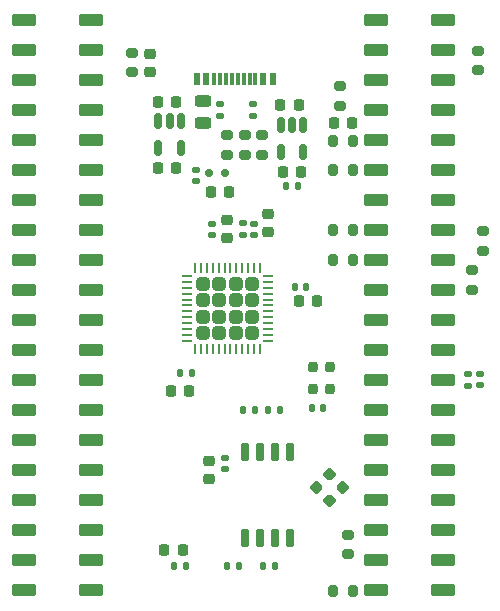
<source format=gbr>
G04 #@! TF.GenerationSoftware,KiCad,Pcbnew,7.0.9-7.0.9~ubuntu22.04.1*
G04 #@! TF.CreationDate,2023-12-06T03:49:37-05:00*
G04 #@! TF.ProjectId,caravel-breakout-fpga-ICE40UP5K-TT3,63617261-7665-46c2-9d62-7265616b6f75,1.0*
G04 #@! TF.SameCoordinates,PX2dc6c00PY42c1d80*
G04 #@! TF.FileFunction,Paste,Top*
G04 #@! TF.FilePolarity,Positive*
%FSLAX46Y46*%
G04 Gerber Fmt 4.6, Leading zero omitted, Abs format (unit mm)*
G04 Created by KiCad (PCBNEW 7.0.9-7.0.9~ubuntu22.04.1) date 2023-12-06 03:49:37*
%MOMM*%
%LPD*%
G01*
G04 APERTURE LIST*
G04 Aperture macros list*
%AMRoundRect*
0 Rectangle with rounded corners*
0 $1 Rounding radius*
0 $2 $3 $4 $5 $6 $7 $8 $9 X,Y pos of 4 corners*
0 Add a 4 corners polygon primitive as box body*
4,1,4,$2,$3,$4,$5,$6,$7,$8,$9,$2,$3,0*
0 Add four circle primitives for the rounded corners*
1,1,$1+$1,$2,$3*
1,1,$1+$1,$4,$5*
1,1,$1+$1,$6,$7*
1,1,$1+$1,$8,$9*
0 Add four rect primitives between the rounded corners*
20,1,$1+$1,$2,$3,$4,$5,0*
20,1,$1+$1,$4,$5,$6,$7,0*
20,1,$1+$1,$6,$7,$8,$9,0*
20,1,$1+$1,$8,$9,$2,$3,0*%
G04 Aperture macros list end*
%ADD10RoundRect,0.225000X0.225000X0.250000X-0.225000X0.250000X-0.225000X-0.250000X0.225000X-0.250000X0*%
%ADD11RoundRect,0.102000X0.898000X0.408000X-0.898000X0.408000X-0.898000X-0.408000X0.898000X-0.408000X0*%
%ADD12RoundRect,0.140000X0.170000X-0.140000X0.170000X0.140000X-0.170000X0.140000X-0.170000X-0.140000X0*%
%ADD13RoundRect,0.225000X-0.250000X0.225000X-0.250000X-0.225000X0.250000X-0.225000X0.250000X0.225000X0*%
%ADD14RoundRect,0.200000X0.275000X-0.200000X0.275000X0.200000X-0.275000X0.200000X-0.275000X-0.200000X0*%
%ADD15RoundRect,0.200000X-0.275000X0.200000X-0.275000X-0.200000X0.275000X-0.200000X0.275000X0.200000X0*%
%ADD16RoundRect,0.200000X-0.335876X-0.053033X-0.053033X-0.335876X0.335876X0.053033X0.053033X0.335876X0*%
%ADD17RoundRect,0.200000X0.200000X0.275000X-0.200000X0.275000X-0.200000X-0.275000X0.200000X-0.275000X0*%
%ADD18RoundRect,0.150000X-0.150000X0.512500X-0.150000X-0.512500X0.150000X-0.512500X0.150000X0.512500X0*%
%ADD19RoundRect,0.135000X0.185000X-0.135000X0.185000X0.135000X-0.185000X0.135000X-0.185000X-0.135000X0*%
%ADD20RoundRect,0.225000X0.250000X-0.225000X0.250000X0.225000X-0.250000X0.225000X-0.250000X-0.225000X0*%
%ADD21RoundRect,0.200000X0.200000X0.250000X-0.200000X0.250000X-0.200000X-0.250000X0.200000X-0.250000X0*%
%ADD22RoundRect,0.135000X-0.135000X-0.185000X0.135000X-0.185000X0.135000X0.185000X-0.135000X0.185000X0*%
%ADD23RoundRect,0.140000X0.140000X0.170000X-0.140000X0.170000X-0.140000X-0.170000X0.140000X-0.170000X0*%
%ADD24RoundRect,0.218750X0.218750X0.256250X-0.218750X0.256250X-0.218750X-0.256250X0.218750X-0.256250X0*%
%ADD25RoundRect,0.225000X-0.225000X-0.250000X0.225000X-0.250000X0.225000X0.250000X-0.225000X0.250000X0*%
%ADD26RoundRect,0.150000X0.150000X-0.650000X0.150000X0.650000X-0.150000X0.650000X-0.150000X-0.650000X0*%
%ADD27RoundRect,0.135000X0.135000X0.185000X-0.135000X0.185000X-0.135000X-0.185000X0.135000X-0.185000X0*%
%ADD28RoundRect,0.243750X-0.456250X0.243750X-0.456250X-0.243750X0.456250X-0.243750X0.456250X0.243750X0*%
%ADD29RoundRect,0.140000X-0.170000X0.140000X-0.170000X-0.140000X0.170000X-0.140000X0.170000X0.140000X0*%
%ADD30RoundRect,0.140000X-0.140000X-0.170000X0.140000X-0.170000X0.140000X0.170000X-0.140000X0.170000X0*%
%ADD31R,0.600000X1.100000*%
%ADD32R,0.300000X1.100000*%
%ADD33RoundRect,0.135000X-0.185000X0.135000X-0.185000X-0.135000X0.185000X-0.135000X0.185000X0.135000X0*%
%ADD34RoundRect,0.250000X0.315000X-0.315000X0.315000X0.315000X-0.315000X0.315000X-0.315000X-0.315000X0*%
%ADD35RoundRect,0.062500X0.062500X-0.375000X0.062500X0.375000X-0.062500X0.375000X-0.062500X-0.375000X0*%
%ADD36RoundRect,0.062500X0.375000X-0.062500X0.375000X0.062500X-0.375000X0.062500X-0.375000X-0.062500X0*%
%ADD37RoundRect,0.200000X-0.053033X0.335876X-0.335876X0.053033X0.053033X-0.335876X0.335876X-0.053033X0*%
%ADD38RoundRect,0.150000X-0.150000X-0.200000X0.150000X-0.200000X0.150000X0.200000X-0.150000X0.200000X0*%
G04 APERTURE END LIST*
D10*
X18775000Y19000000D03*
X17225000Y19000000D03*
D11*
X10450000Y2120000D03*
X4750000Y2120000D03*
X10450000Y4660000D03*
X4750000Y4660000D03*
X10450000Y7200000D03*
X4750000Y7200000D03*
X10450000Y9740000D03*
X4750000Y9740000D03*
X10450000Y12280000D03*
X4750000Y12280000D03*
X10450000Y14820000D03*
X4750000Y14820000D03*
X10450000Y17360000D03*
X4750000Y17360000D03*
X10450000Y19900000D03*
X4750000Y19900000D03*
X10450000Y22440000D03*
X4750000Y22440000D03*
X10450000Y24980000D03*
X4750000Y24980000D03*
X10450000Y27520000D03*
X4750000Y27520000D03*
X10450000Y30060000D03*
X4750000Y30060000D03*
X10450000Y32600000D03*
X4750000Y32600000D03*
X10450000Y35140000D03*
X4750000Y35140000D03*
X10450000Y37680000D03*
X4750000Y37680000D03*
X10450000Y40220000D03*
X4750000Y40220000D03*
X10450000Y42760000D03*
X4750000Y42760000D03*
X10450000Y45300000D03*
X4750000Y45300000D03*
X10450000Y47840000D03*
X4750000Y47840000D03*
X10450000Y50380000D03*
X4750000Y50380000D03*
D12*
X24250000Y32220000D03*
X24250000Y33180000D03*
D13*
X20400000Y13075000D03*
X20400000Y11525000D03*
D14*
X24950000Y39025000D03*
X24950000Y40675000D03*
D15*
X23450000Y40675000D03*
X23450000Y39025000D03*
D14*
X31500000Y43150000D03*
X31500000Y44800000D03*
D16*
X30616637Y11983363D03*
X31783363Y10816637D03*
D12*
X43400000Y19470000D03*
X43400000Y20430000D03*
D17*
X32625000Y2100000D03*
X30975000Y2100000D03*
D13*
X15400000Y47562500D03*
X15400000Y46012500D03*
D15*
X43200000Y47825000D03*
X43200000Y46175000D03*
D18*
X28400000Y41487500D03*
X27450000Y41487500D03*
X26500000Y41487500D03*
X26500000Y39212500D03*
X28400000Y39212500D03*
D19*
X42400000Y19440000D03*
X42400000Y20460000D03*
D20*
X25450000Y32475000D03*
X25450000Y34025000D03*
D17*
X32625000Y32600000D03*
X30975000Y32600000D03*
D21*
X30700000Y19200000D03*
X30700000Y21050000D03*
X29250000Y21050000D03*
X29250000Y19200000D03*
D16*
X29516637Y10883363D03*
X30683363Y9716637D03*
D22*
X24990000Y4200000D03*
X26010000Y4200000D03*
D23*
X27930000Y36350000D03*
X26970000Y36350000D03*
D24*
X18237500Y5550000D03*
X16662500Y5550000D03*
D25*
X31025000Y41700000D03*
X32575000Y41700000D03*
D10*
X17675000Y37900000D03*
X16125000Y37900000D03*
D15*
X21950000Y40675000D03*
X21950000Y39025000D03*
D26*
X23495000Y6600000D03*
X24765000Y6600000D03*
X26035000Y6600000D03*
X27305000Y6600000D03*
X27305000Y13800000D03*
X26035000Y13800000D03*
X24765000Y13800000D03*
X23495000Y13800000D03*
D22*
X25390000Y17400000D03*
X26410000Y17400000D03*
D17*
X32625000Y37700000D03*
X30975000Y37700000D03*
D10*
X17675000Y43500000D03*
X16125000Y43500000D03*
D27*
X18510000Y4200000D03*
X17490000Y4200000D03*
D25*
X26475000Y43200000D03*
X28025000Y43200000D03*
D19*
X23300000Y32190000D03*
X23300000Y33210000D03*
D28*
X19900000Y43537500D03*
X19900000Y41662500D03*
D10*
X28225000Y37550000D03*
X26675000Y37550000D03*
D20*
X22000000Y31925000D03*
X22000000Y33475000D03*
D15*
X32200000Y6825000D03*
X32200000Y5175000D03*
X43600000Y32525000D03*
X43600000Y30875000D03*
D29*
X19300000Y37730000D03*
X19300000Y36770000D03*
D15*
X42700000Y29225000D03*
X42700000Y27575000D03*
D17*
X32625000Y40200000D03*
X30975000Y40200000D03*
D30*
X27720000Y27800000D03*
X28680000Y27800000D03*
D15*
X13900000Y47625000D03*
X13900000Y45975000D03*
D23*
X18980000Y20500000D03*
X18020000Y20500000D03*
D30*
X29170000Y17600000D03*
X30130000Y17600000D03*
D10*
X22125000Y35850000D03*
X20575000Y35850000D03*
D31*
X25820000Y45450000D03*
X25020000Y45450000D03*
D32*
X23870000Y45450000D03*
X22870000Y45450000D03*
X22370000Y45450000D03*
X21370000Y45450000D03*
D31*
X19420000Y45450000D03*
X20220000Y45450000D03*
D32*
X20870000Y45450000D03*
X21870000Y45450000D03*
X23370000Y45450000D03*
X24370000Y45450000D03*
D33*
X21400000Y43310000D03*
X21400000Y42290000D03*
X24180000Y43310000D03*
X24180000Y42290000D03*
D34*
X19900000Y23900000D03*
X21300000Y23900000D03*
X22700000Y23900000D03*
X24100000Y23900000D03*
X19900000Y25300000D03*
X21300000Y25300000D03*
X22700000Y25300000D03*
X24100000Y25300000D03*
X19900000Y26700000D03*
X21300000Y26700000D03*
X22700000Y26700000D03*
X24100000Y26700000D03*
X19900000Y28100000D03*
X21300000Y28100000D03*
X22700000Y28100000D03*
X24100000Y28100000D03*
D35*
X19250000Y22562500D03*
X19750000Y22562500D03*
X20250000Y22562500D03*
X20750000Y22562500D03*
X21250000Y22562500D03*
X21750000Y22562500D03*
X22250000Y22562500D03*
X22750000Y22562500D03*
X23250000Y22562500D03*
X23750000Y22562500D03*
X24250000Y22562500D03*
X24750000Y22562500D03*
D36*
X25437500Y23250000D03*
X25437500Y23750000D03*
X25437500Y24250000D03*
X25437500Y24750000D03*
X25437500Y25250000D03*
X25437500Y25750000D03*
X25437500Y26250000D03*
X25437500Y26750000D03*
X25437500Y27250000D03*
X25437500Y27750000D03*
X25437500Y28250000D03*
X25437500Y28750000D03*
D35*
X24750000Y29437500D03*
X24250000Y29437500D03*
X23750000Y29437500D03*
X23250000Y29437500D03*
X22750000Y29437500D03*
X22250000Y29437500D03*
X21750000Y29437500D03*
X21250000Y29437500D03*
X20750000Y29437500D03*
X20250000Y29437500D03*
X19750000Y29437500D03*
X19250000Y29437500D03*
D36*
X18562500Y28750000D03*
X18562500Y28250000D03*
X18562500Y27750000D03*
X18562500Y27250000D03*
X18562500Y26750000D03*
X18562500Y26250000D03*
X18562500Y25750000D03*
X18562500Y25250000D03*
X18562500Y24750000D03*
X18562500Y24250000D03*
X18562500Y23750000D03*
X18562500Y23250000D03*
D37*
X30683363Y11983363D03*
X29516637Y10816637D03*
D17*
X32625000Y30100000D03*
X30975000Y30100000D03*
D11*
X40250000Y2120000D03*
X34550000Y2120000D03*
X40250000Y4660000D03*
X34550000Y4660000D03*
X40250000Y7200000D03*
X34550000Y7200000D03*
X40250000Y9740000D03*
X34550000Y9740000D03*
X40250000Y12280000D03*
X34550000Y12280000D03*
X40250000Y14820000D03*
X34550000Y14820000D03*
X40250000Y17360000D03*
X34550000Y17360000D03*
X40250000Y19900000D03*
X34550000Y19900000D03*
X40250000Y22440000D03*
X34550000Y22440000D03*
X40250000Y24980000D03*
X34550000Y24980000D03*
X40250000Y27520000D03*
X34550000Y27520000D03*
X40250000Y30060000D03*
X34550000Y30060000D03*
X40250000Y32600000D03*
X34550000Y32600000D03*
X40250000Y35140000D03*
X34550000Y35140000D03*
X40250000Y37680000D03*
X34550000Y37680000D03*
X40250000Y40220000D03*
X34550000Y40220000D03*
X40250000Y42760000D03*
X34550000Y42760000D03*
X40250000Y45300000D03*
X34550000Y45300000D03*
X40250000Y47840000D03*
X34550000Y47840000D03*
X40250000Y50380000D03*
X34550000Y50380000D03*
D22*
X23290000Y17400000D03*
X24310000Y17400000D03*
X21990000Y4200000D03*
X23010000Y4200000D03*
D12*
X20700000Y32220000D03*
X20700000Y33180000D03*
D38*
X21800000Y37450000D03*
X20400000Y37450000D03*
D25*
X28025000Y26600000D03*
X29575000Y26600000D03*
D37*
X31783363Y10883363D03*
X30616637Y9716637D03*
D18*
X18050000Y41837500D03*
X17100000Y41837500D03*
X16150000Y41837500D03*
X16150000Y39562500D03*
X18050000Y39562500D03*
D29*
X21750000Y13330000D03*
X21750000Y12370000D03*
M02*

</source>
